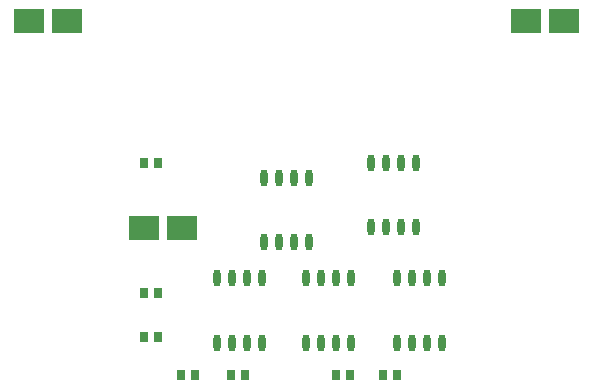
<source format=gtp>
G04*
G04 #@! TF.GenerationSoftware,Altium Limited,Altium Designer,18.1.9 (240)*
G04*
G04 Layer_Color=8421504*
%FSLAX25Y25*%
%MOIN*%
G70*
G01*
G75*
%ADD14R,0.09843X0.08268*%
%ADD15R,0.03150X0.03543*%
%ADD16O,0.02362X0.05709*%
D14*
X325591Y241142D02*
D03*
X312992D02*
D03*
X159843D02*
D03*
X147244D02*
D03*
X185630Y172244D02*
D03*
X198228D02*
D03*
D15*
X185630Y135827D02*
D03*
X190354D02*
D03*
X185630Y193898D02*
D03*
X190354D02*
D03*
X202756Y123031D02*
D03*
X198031D02*
D03*
X214567D02*
D03*
X219291D02*
D03*
X254331D02*
D03*
X249606D02*
D03*
X265354D02*
D03*
X270079D02*
D03*
X185630Y150591D02*
D03*
X190354D02*
D03*
D16*
X239547Y133957D02*
D03*
X244547D02*
D03*
X249547D02*
D03*
X254547D02*
D03*
X239547Y155413D02*
D03*
X244547D02*
D03*
X249547D02*
D03*
X254547D02*
D03*
X225768Y167421D02*
D03*
X230768D02*
D03*
X235768D02*
D03*
X240768D02*
D03*
X225768Y188878D02*
D03*
X230768D02*
D03*
X235768D02*
D03*
X240768D02*
D03*
X261201Y172343D02*
D03*
X266201D02*
D03*
X271201D02*
D03*
X276201D02*
D03*
X261201Y193799D02*
D03*
X266201D02*
D03*
X271201D02*
D03*
X276201D02*
D03*
X270059Y133957D02*
D03*
X275059D02*
D03*
X280059D02*
D03*
X285059D02*
D03*
X270059Y155413D02*
D03*
X275059D02*
D03*
X280059D02*
D03*
X285059D02*
D03*
X225020Y155413D02*
D03*
X220020D02*
D03*
X215020D02*
D03*
X210020D02*
D03*
X225020Y133957D02*
D03*
X220020D02*
D03*
X215020D02*
D03*
X210020D02*
D03*
M02*

</source>
